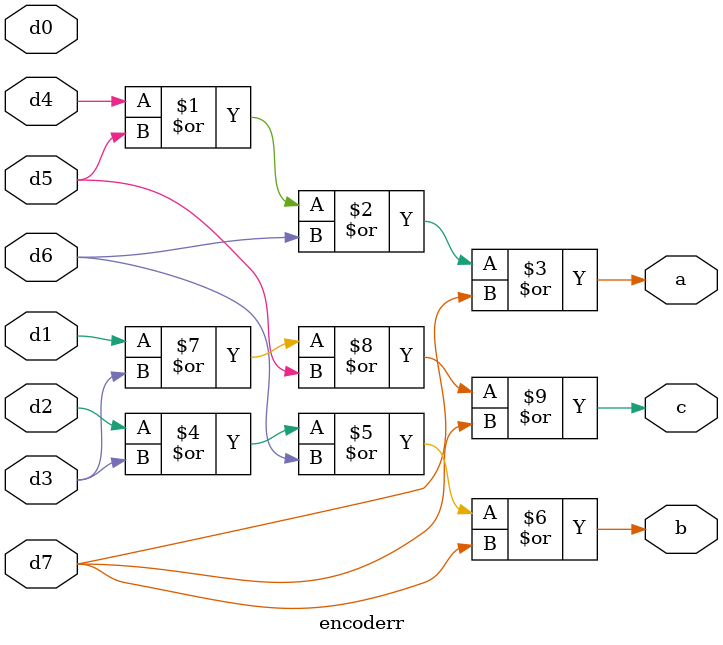
<source format=v>
`timescale 1ns / 1ps
module encoderr(d0,d1,d2,d3,d4,d5,d6,d7,a,b,c);
input d0,d1,d2,d3,d4,d5,d6,d7;
output a,b,c;
or(a,d4,d5,d6,d7);
or(b,d2,d3,d6,d7);
or(c,d1,d3,d5,d7);
endmodule



</source>
